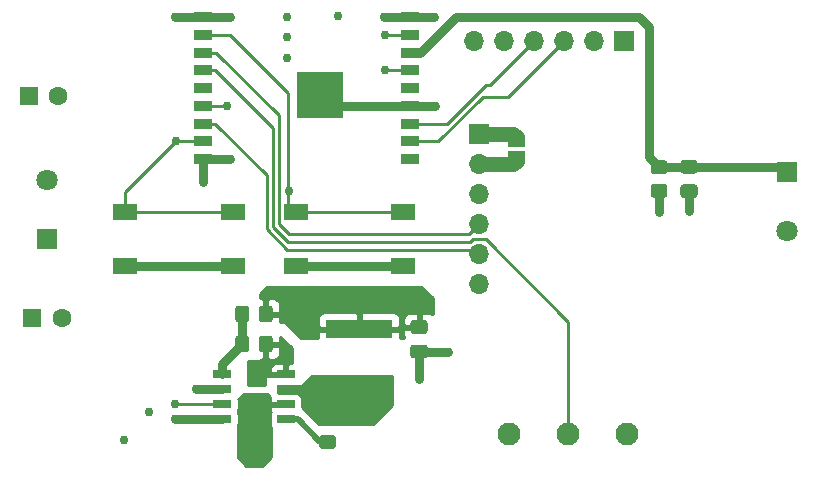
<source format=gbr>
%TF.GenerationSoftware,KiCad,Pcbnew,(5.1.8-0-10_14)*%
%TF.CreationDate,2021-08-05T18:18:29-06:00*%
%TF.ProjectId,ESP8266_Water_Sensor,45535038-3236-4365-9f57-617465725f53,rev?*%
%TF.SameCoordinates,Original*%
%TF.FileFunction,Copper,L1,Top*%
%TF.FilePolarity,Positive*%
%FSLAX46Y46*%
G04 Gerber Fmt 4.6, Leading zero omitted, Abs format (unit mm)*
G04 Created by KiCad (PCBNEW (5.1.8-0-10_14)) date 2021-08-05 18:18:29*
%MOMM*%
%LPD*%
G01*
G04 APERTURE LIST*
%TA.AperFunction,SMDPad,CuDef*%
%ADD10R,1.500000X0.900000*%
%TD*%
%TA.AperFunction,SMDPad,CuDef*%
%ADD11R,4.000000X4.000000*%
%TD*%
%TA.AperFunction,ComponentPad*%
%ADD12R,1.700000X1.700000*%
%TD*%
%TA.AperFunction,ComponentPad*%
%ADD13O,1.700000X1.700000*%
%TD*%
%TA.AperFunction,ComponentPad*%
%ADD14C,1.800000*%
%TD*%
%TA.AperFunction,ComponentPad*%
%ADD15R,1.800000X1.800000*%
%TD*%
%TA.AperFunction,SMDPad,CuDef*%
%ADD16C,0.100000*%
%TD*%
%TA.AperFunction,SMDPad,CuDef*%
%ADD17R,5.700000X1.600000*%
%TD*%
%TA.AperFunction,SMDPad,CuDef*%
%ADD18R,2.100000X1.400000*%
%TD*%
%TA.AperFunction,SMDPad,CuDef*%
%ADD19R,1.500000X0.650000*%
%TD*%
%TA.AperFunction,ComponentPad*%
%ADD20C,1.950000*%
%TD*%
%TA.AperFunction,ComponentPad*%
%ADD21C,1.600000*%
%TD*%
%TA.AperFunction,ComponentPad*%
%ADD22R,1.600000X1.600000*%
%TD*%
%TA.AperFunction,ViaPad*%
%ADD23C,0.762000*%
%TD*%
%TA.AperFunction,Conductor*%
%ADD24C,0.762000*%
%TD*%
%TA.AperFunction,Conductor*%
%ADD25C,1.270000*%
%TD*%
%TA.AperFunction,Conductor*%
%ADD26C,0.254000*%
%TD*%
%TA.AperFunction,Conductor*%
%ADD27C,0.508000*%
%TD*%
%TA.AperFunction,Conductor*%
%ADD28C,0.100000*%
%TD*%
G04 APERTURE END LIST*
D10*
%TO.P,U1,1*%
%TO.N,+3V3*%
X134125000Y-85365000D03*
%TO.P,U1,2*%
%TO.N,/ESP_EN*%
X134125000Y-86865000D03*
%TO.P,U1,3*%
%TO.N,/I2C_SCL*%
X134125000Y-88365000D03*
%TO.P,U1,4*%
%TO.N,/GPIO12*%
X134125000Y-89865000D03*
%TO.P,U1,5*%
%TO.N,/GPIO13*%
X134125000Y-91365000D03*
%TO.P,U1,6*%
%TO.N,/GPIO15*%
X134125000Y-92865000D03*
%TO.P,U1,7*%
%TO.N,/I2C_SDA*%
X134125000Y-94365000D03*
%TO.P,U1,8*%
%TO.N,/GPIO0*%
X134125000Y-95865000D03*
%TO.P,U1,9*%
%TO.N,GND*%
X134125000Y-97365000D03*
%TO.P,U1,10*%
%TO.N,/GPIO4*%
X151625000Y-97365000D03*
%TO.P,U1,11*%
%TO.N,/ESP_RXD*%
X151625000Y-95865000D03*
%TO.P,U1,12*%
%TO.N,/ESP_TXD*%
X151625000Y-94365000D03*
%TO.P,U1,13*%
%TO.N,GND*%
X151625000Y-92865000D03*
%TO.P,U1,14*%
%TO.N,/GPIO5*%
X151625000Y-91365000D03*
%TO.P,U1,15*%
%TO.N,/ESP_RST_L*%
X151625000Y-89865000D03*
%TO.P,U1,16*%
%TO.N,/water_voltage*%
X151625000Y-88365000D03*
%TO.P,U1,17*%
%TO.N,/GPIO16*%
X151625000Y-86865000D03*
%TO.P,U1,18*%
%TO.N,GND*%
X151625000Y-85365000D03*
D11*
%TO.P,U1,19*%
X143975000Y-91975000D03*
%TD*%
%TO.P,C2,2*%
%TO.N,GND*%
%TA.AperFunction,SMDPad,CuDef*%
G36*
G01*
X151925000Y-113077500D02*
X152875000Y-113077500D01*
G75*
G02*
X153125000Y-113327500I0J-250000D01*
G01*
X153125000Y-114002500D01*
G75*
G02*
X152875000Y-114252500I-250000J0D01*
G01*
X151925000Y-114252500D01*
G75*
G02*
X151675000Y-114002500I0J250000D01*
G01*
X151675000Y-113327500D01*
G75*
G02*
X151925000Y-113077500I250000J0D01*
G01*
G37*
%TD.AperFunction*%
%TO.P,C2,1*%
%TO.N,+3V3*%
%TA.AperFunction,SMDPad,CuDef*%
G36*
G01*
X151925000Y-111002500D02*
X152875000Y-111002500D01*
G75*
G02*
X153125000Y-111252500I0J-250000D01*
G01*
X153125000Y-111927500D01*
G75*
G02*
X152875000Y-112177500I-250000J0D01*
G01*
X151925000Y-112177500D01*
G75*
G02*
X151675000Y-111927500I0J250000D01*
G01*
X151675000Y-111252500D01*
G75*
G02*
X151925000Y-111002500I250000J0D01*
G01*
G37*
%TD.AperFunction*%
%TD*%
%TO.P,C3,1*%
%TO.N,/U2_BST*%
%TA.AperFunction,SMDPad,CuDef*%
G36*
G01*
X145128000Y-121902800D02*
X144178000Y-121902800D01*
G75*
G02*
X143928000Y-121652800I0J250000D01*
G01*
X143928000Y-120977800D01*
G75*
G02*
X144178000Y-120727800I250000J0D01*
G01*
X145128000Y-120727800D01*
G75*
G02*
X145378000Y-120977800I0J-250000D01*
G01*
X145378000Y-121652800D01*
G75*
G02*
X145128000Y-121902800I-250000J0D01*
G01*
G37*
%TD.AperFunction*%
%TO.P,C3,2*%
%TO.N,/U2_SW*%
%TA.AperFunction,SMDPad,CuDef*%
G36*
G01*
X145128000Y-119827800D02*
X144178000Y-119827800D01*
G75*
G02*
X143928000Y-119577800I0J250000D01*
G01*
X143928000Y-118902800D01*
G75*
G02*
X144178000Y-118652800I250000J0D01*
G01*
X145128000Y-118652800D01*
G75*
G02*
X145378000Y-118902800I0J-250000D01*
G01*
X145378000Y-119577800D01*
G75*
G02*
X145128000Y-119827800I-250000J0D01*
G01*
G37*
%TD.AperFunction*%
%TD*%
%TO.P,C12,2*%
%TO.N,GND*%
%TA.AperFunction,SMDPad,CuDef*%
G36*
G01*
X174785000Y-99510000D02*
X175735000Y-99510000D01*
G75*
G02*
X175985000Y-99760000I0J-250000D01*
G01*
X175985000Y-100435000D01*
G75*
G02*
X175735000Y-100685000I-250000J0D01*
G01*
X174785000Y-100685000D01*
G75*
G02*
X174535000Y-100435000I0J250000D01*
G01*
X174535000Y-99760000D01*
G75*
G02*
X174785000Y-99510000I250000J0D01*
G01*
G37*
%TD.AperFunction*%
%TO.P,C12,1*%
%TO.N,/water_voltage*%
%TA.AperFunction,SMDPad,CuDef*%
G36*
G01*
X174785000Y-97435000D02*
X175735000Y-97435000D01*
G75*
G02*
X175985000Y-97685000I0J-250000D01*
G01*
X175985000Y-98360000D01*
G75*
G02*
X175735000Y-98610000I-250000J0D01*
G01*
X174785000Y-98610000D01*
G75*
G02*
X174535000Y-98360000I0J250000D01*
G01*
X174535000Y-97685000D01*
G75*
G02*
X174785000Y-97435000I250000J0D01*
G01*
G37*
%TD.AperFunction*%
%TD*%
D12*
%TO.P,J1,1*%
%TO.N,+3V3*%
X157480000Y-95250000D03*
D13*
%TO.P,J1,2*%
%TO.N,Net-(J1-Pad2)*%
X157480000Y-97790000D03*
%TO.P,J1,3*%
%TO.N,GND*%
X157480000Y-100330000D03*
%TO.P,J1,4*%
%TO.N,/I2C_SCL*%
X157480000Y-102870000D03*
%TO.P,J1,5*%
%TO.N,/I2C_SDA*%
X157480000Y-105410000D03*
%TO.P,J1,6*%
%TO.N,/MPU_INT*%
X157480000Y-107950000D03*
%TD*%
D14*
%TO.P,J2,2*%
%TO.N,GND*%
X120904000Y-99140000D03*
D15*
%TO.P,J2,1*%
%TO.N,+12V*%
X120904000Y-104140000D03*
%TD*%
%TO.P,J4,1*%
%TO.N,/water_voltage*%
X183515000Y-98425000D03*
D14*
%TO.P,J4,2*%
%TO.N,GND*%
X183515000Y-103425000D03*
%TD*%
D13*
%TO.P,J5,6*%
%TO.N,/CTS_NC*%
X157022800Y-87350600D03*
%TO.P,J5,5*%
%TO.N,/RTS_NC*%
X159562800Y-87350600D03*
%TO.P,J5,4*%
%TO.N,/ESP_TXD*%
X162102800Y-87350600D03*
%TO.P,J5,3*%
%TO.N,/ESP_RXD*%
X164642800Y-87350600D03*
%TO.P,J5,2*%
%TO.N,GND*%
X167182800Y-87350600D03*
D12*
%TO.P,J5,1*%
%TO.N,+3V3*%
X169722800Y-87350600D03*
%TD*%
%TA.AperFunction,SMDPad,CuDef*%
D16*
%TO.P,JP1,2*%
%TO.N,Net-(J1-Pad2)*%
G36*
X161404398Y-97170000D02*
G01*
X161404398Y-97194534D01*
X161399588Y-97243365D01*
X161390016Y-97291490D01*
X161375772Y-97338445D01*
X161356995Y-97383778D01*
X161333864Y-97427051D01*
X161306604Y-97467850D01*
X161275476Y-97505779D01*
X161240779Y-97540476D01*
X161202850Y-97571604D01*
X161162051Y-97598864D01*
X161118778Y-97621995D01*
X161073445Y-97640772D01*
X161026490Y-97655016D01*
X160978365Y-97664588D01*
X160929534Y-97669398D01*
X160905000Y-97669398D01*
X160905000Y-97670000D01*
X160405000Y-97670000D01*
X160405000Y-97669398D01*
X160380466Y-97669398D01*
X160331635Y-97664588D01*
X160283510Y-97655016D01*
X160236555Y-97640772D01*
X160191222Y-97621995D01*
X160147949Y-97598864D01*
X160107150Y-97571604D01*
X160069221Y-97540476D01*
X160034524Y-97505779D01*
X160003396Y-97467850D01*
X159976136Y-97427051D01*
X159953005Y-97383778D01*
X159934228Y-97338445D01*
X159919984Y-97291490D01*
X159910412Y-97243365D01*
X159905602Y-97194534D01*
X159905602Y-97170000D01*
X159905000Y-97170000D01*
X159905000Y-96670000D01*
X161405000Y-96670000D01*
X161405000Y-97170000D01*
X161404398Y-97170000D01*
G37*
%TD.AperFunction*%
%TA.AperFunction,SMDPad,CuDef*%
%TO.P,JP1,1*%
%TO.N,+3V3*%
G36*
X159905000Y-96370000D02*
G01*
X159905000Y-95870000D01*
X159905602Y-95870000D01*
X159905602Y-95845466D01*
X159910412Y-95796635D01*
X159919984Y-95748510D01*
X159934228Y-95701555D01*
X159953005Y-95656222D01*
X159976136Y-95612949D01*
X160003396Y-95572150D01*
X160034524Y-95534221D01*
X160069221Y-95499524D01*
X160107150Y-95468396D01*
X160147949Y-95441136D01*
X160191222Y-95418005D01*
X160236555Y-95399228D01*
X160283510Y-95384984D01*
X160331635Y-95375412D01*
X160380466Y-95370602D01*
X160405000Y-95370602D01*
X160405000Y-95370000D01*
X160905000Y-95370000D01*
X160905000Y-95370602D01*
X160929534Y-95370602D01*
X160978365Y-95375412D01*
X161026490Y-95384984D01*
X161073445Y-95399228D01*
X161118778Y-95418005D01*
X161162051Y-95441136D01*
X161202850Y-95468396D01*
X161240779Y-95499524D01*
X161275476Y-95534221D01*
X161306604Y-95572150D01*
X161333864Y-95612949D01*
X161356995Y-95656222D01*
X161375772Y-95701555D01*
X161390016Y-95748510D01*
X161399588Y-95796635D01*
X161404398Y-95845466D01*
X161404398Y-95870000D01*
X161405000Y-95870000D01*
X161405000Y-96370000D01*
X159905000Y-96370000D01*
G37*
%TD.AperFunction*%
%TD*%
D17*
%TO.P,L1,1*%
%TO.N,+3V3*%
X147320000Y-111760000D03*
%TO.P,L1,2*%
%TO.N,/U2_SW*%
X147320000Y-116460000D03*
%TD*%
%TO.P,R1,2*%
%TO.N,/U2_FB*%
%TA.AperFunction,SMDPad,CuDef*%
G36*
G01*
X138030000Y-110039999D02*
X138030000Y-110940001D01*
G75*
G02*
X137780001Y-111190000I-249999J0D01*
G01*
X137079999Y-111190000D01*
G75*
G02*
X136830000Y-110940001I0J249999D01*
G01*
X136830000Y-110039999D01*
G75*
G02*
X137079999Y-109790000I249999J0D01*
G01*
X137780001Y-109790000D01*
G75*
G02*
X138030000Y-110039999I0J-249999D01*
G01*
G37*
%TD.AperFunction*%
%TO.P,R1,1*%
%TO.N,+3V3*%
%TA.AperFunction,SMDPad,CuDef*%
G36*
G01*
X140030000Y-110039999D02*
X140030000Y-110940001D01*
G75*
G02*
X139780001Y-111190000I-249999J0D01*
G01*
X139079999Y-111190000D01*
G75*
G02*
X138830000Y-110940001I0J249999D01*
G01*
X138830000Y-110039999D01*
G75*
G02*
X139079999Y-109790000I249999J0D01*
G01*
X139780001Y-109790000D01*
G75*
G02*
X140030000Y-110039999I0J-249999D01*
G01*
G37*
%TD.AperFunction*%
%TD*%
%TO.P,R2,2*%
%TO.N,GND*%
%TA.AperFunction,SMDPad,CuDef*%
G36*
G01*
X138830000Y-113480001D02*
X138830000Y-112579999D01*
G75*
G02*
X139079999Y-112330000I249999J0D01*
G01*
X139780001Y-112330000D01*
G75*
G02*
X140030000Y-112579999I0J-249999D01*
G01*
X140030000Y-113480001D01*
G75*
G02*
X139780001Y-113730000I-249999J0D01*
G01*
X139079999Y-113730000D01*
G75*
G02*
X138830000Y-113480001I0J249999D01*
G01*
G37*
%TD.AperFunction*%
%TO.P,R2,1*%
%TO.N,/U2_FB*%
%TA.AperFunction,SMDPad,CuDef*%
G36*
G01*
X136830000Y-113480001D02*
X136830000Y-112579999D01*
G75*
G02*
X137079999Y-112330000I249999J0D01*
G01*
X137780001Y-112330000D01*
G75*
G02*
X138030000Y-112579999I0J-249999D01*
G01*
X138030000Y-113480001D01*
G75*
G02*
X137780001Y-113730000I-249999J0D01*
G01*
X137079999Y-113730000D01*
G75*
G02*
X136830000Y-113480001I0J249999D01*
G01*
G37*
%TD.AperFunction*%
%TD*%
%TO.P,R11,1*%
%TO.N,+3V3*%
%TA.AperFunction,SMDPad,CuDef*%
G36*
G01*
X173170001Y-100660000D02*
X172269999Y-100660000D01*
G75*
G02*
X172020000Y-100410001I0J249999D01*
G01*
X172020000Y-99709999D01*
G75*
G02*
X172269999Y-99460000I249999J0D01*
G01*
X173170001Y-99460000D01*
G75*
G02*
X173420000Y-99709999I0J-249999D01*
G01*
X173420000Y-100410001D01*
G75*
G02*
X173170001Y-100660000I-249999J0D01*
G01*
G37*
%TD.AperFunction*%
%TO.P,R11,2*%
%TO.N,/water_voltage*%
%TA.AperFunction,SMDPad,CuDef*%
G36*
G01*
X173170001Y-98660000D02*
X172269999Y-98660000D01*
G75*
G02*
X172020000Y-98410001I0J249999D01*
G01*
X172020000Y-97709999D01*
G75*
G02*
X172269999Y-97460000I249999J0D01*
G01*
X173170001Y-97460000D01*
G75*
G02*
X173420000Y-97709999I0J-249999D01*
G01*
X173420000Y-98410001D01*
G75*
G02*
X173170001Y-98660000I-249999J0D01*
G01*
G37*
%TD.AperFunction*%
%TD*%
D18*
%TO.P,S1,4*%
%TO.N,GND*%
X136630000Y-106390000D03*
%TO.P,S1,3*%
X127530000Y-106390000D03*
%TO.P,S1,2*%
%TO.N,/GPIO0*%
X136630000Y-101890000D03*
%TO.P,S1,1*%
X127530000Y-101890000D03*
%TD*%
%TO.P,S2,1*%
%TO.N,/ESP_EN*%
X141957200Y-101890000D03*
%TO.P,S2,2*%
X151057200Y-101890000D03*
%TO.P,S2,3*%
%TO.N,GND*%
X141957200Y-106390000D03*
%TO.P,S2,4*%
X151057200Y-106390000D03*
%TD*%
D19*
%TO.P,U2,1*%
%TO.N,/U2_BST*%
X141130000Y-119380000D03*
%TO.P,U2,2*%
%TO.N,+12V*%
X141130000Y-118110000D03*
%TO.P,U2,3*%
%TO.N,/U2_SW*%
X141130000Y-116840000D03*
%TO.P,U2,4*%
%TO.N,GND*%
X141130000Y-115570000D03*
%TO.P,U2,5*%
%TO.N,/U2_FB*%
X135730000Y-115570000D03*
%TO.P,U2,6*%
%TO.N,/U2_COMP*%
X135730000Y-116840000D03*
%TO.P,U2,7*%
%TO.N,/U2_EN*%
X135730000Y-118110000D03*
%TO.P,U2,8*%
%TO.N,/U2_SS*%
X135730000Y-119380000D03*
%TD*%
D20*
%TO.P,J3,1*%
%TO.N,+12V*%
X160020000Y-120650000D03*
%TO.P,J3,2*%
%TO.N,/GPIO12*%
X165020000Y-120650000D03*
%TO.P,J3,3*%
%TO.N,GND*%
X170020000Y-120650000D03*
%TD*%
D21*
%TO.P,C14,2*%
%TO.N,GND*%
X121869200Y-92049600D03*
D22*
%TO.P,C14,1*%
%TO.N,+12V*%
X119369200Y-92049600D03*
%TD*%
%TO.P,C15,1*%
%TO.N,+12V*%
X119634000Y-110845600D03*
D21*
%TO.P,C15,2*%
%TO.N,GND*%
X122134000Y-110845600D03*
%TD*%
D23*
%TO.N,+3V3*%
X144272000Y-108585000D03*
X145542000Y-108585000D03*
X146812000Y-108585000D03*
X148082000Y-108585000D03*
X149352000Y-108585000D03*
X150622000Y-108585000D03*
X172720000Y-101854000D03*
X136377000Y-85365000D03*
X131699000Y-85344000D03*
X145574000Y-85249000D03*
%TO.N,GND*%
X131735000Y-106390000D03*
X146975000Y-106390000D03*
X175260000Y-101727000D03*
X153769000Y-92865000D03*
X149253000Y-92865000D03*
X153671938Y-85365000D03*
X149458000Y-85365000D03*
X136354000Y-97365000D03*
X134125000Y-99301000D03*
X154813000Y-113665000D03*
X152400000Y-115951000D03*
X141351000Y-113411000D03*
X138176000Y-114681000D03*
X138176000Y-116205000D03*
X129540000Y-118745000D03*
X127381000Y-121158000D03*
X141224000Y-85344000D03*
X141224000Y-86995000D03*
X141224000Y-88773000D03*
%TO.N,+12V*%
X139192000Y-118110000D03*
X137668000Y-119507000D03*
X139192000Y-119507000D03*
X137668000Y-120904000D03*
X137668000Y-118110000D03*
X139192000Y-120904000D03*
%TO.N,/ESP_EN*%
X141351000Y-100076000D03*
%TO.N,/ESP_RST_L*%
X149530000Y-89865000D03*
%TO.N,/GPIO0*%
X131846000Y-95865000D03*
%TO.N,/GPIO16*%
X149482000Y-86865000D03*
%TO.N,/GPIO15*%
X136116000Y-92865000D03*
%TO.N,/U2_SS*%
X131699000Y-119380000D03*
%TO.N,/U2_COMP*%
X133477000Y-116840000D03*
%TO.N,/U2_EN*%
X131699000Y-118110000D03*
%TD*%
D24*
%TO.N,+3V3*%
X172720000Y-100060000D02*
X172720000Y-101854000D01*
X172720000Y-101854000D02*
X172720000Y-101854000D01*
D25*
X160378010Y-95250000D02*
X160655000Y-95526990D01*
X157480000Y-95250000D02*
X160378010Y-95250000D01*
D24*
X134125000Y-85365000D02*
X136377000Y-85365000D01*
X133710000Y-85365000D02*
X133689000Y-85344000D01*
X134125000Y-85365000D02*
X133710000Y-85365000D01*
X133689000Y-85344000D02*
X131699000Y-85344000D01*
X136377000Y-85365000D02*
X136377000Y-85365000D01*
X131699000Y-85344000D02*
X131699000Y-85344000D01*
%TO.N,GND*%
X127530000Y-106390000D02*
X131735000Y-106390000D01*
X141957200Y-106390000D02*
X146975000Y-106390000D01*
X131735000Y-106390000D02*
X136630000Y-106390000D01*
X146975000Y-106390000D02*
X151057200Y-106390000D01*
X175260000Y-100097500D02*
X175260000Y-101727000D01*
X175260000Y-101727000D02*
X175260000Y-101727000D01*
X151625000Y-92865000D02*
X153769000Y-92865000D01*
X151625000Y-92865000D02*
X149253000Y-92865000D01*
X153769000Y-92865000D02*
X153769000Y-92865000D01*
X149253000Y-92865000D02*
X149253000Y-92865000D01*
X144865000Y-92865000D02*
X143975000Y-91975000D01*
X149253000Y-92865000D02*
X144865000Y-92865000D01*
X151625000Y-85365000D02*
X149458000Y-85365000D01*
X151625000Y-85365000D02*
X153671938Y-85365000D01*
X153671938Y-85365000D02*
X153671938Y-85365000D01*
X149458000Y-85365000D02*
X149458000Y-85365000D01*
X134125000Y-97365000D02*
X136354000Y-97365000D01*
X134125000Y-97365000D02*
X134125000Y-99301000D01*
X136354000Y-97365000D02*
X136354000Y-97365000D01*
X134125000Y-99301000D02*
X134125000Y-99301000D01*
X152400000Y-113665000D02*
X154813000Y-113665000D01*
X152400000Y-113665000D02*
X152400000Y-115951000D01*
X154813000Y-113665000D02*
X154813000Y-113665000D01*
X152400000Y-115951000D02*
X152400000Y-115951000D01*
D26*
%TO.N,/ESP_EN*%
X151057200Y-101890000D02*
X141957200Y-101890000D01*
X136395000Y-86865000D02*
X134125000Y-86865000D01*
X141339999Y-91809999D02*
X136395000Y-86865000D01*
X141339999Y-101272799D02*
X141339999Y-91809999D01*
X141957200Y-101890000D02*
X141339999Y-101272799D01*
X136395000Y-86865000D02*
X136395000Y-86865000D01*
%TO.N,/ESP_RST_L*%
X151625000Y-89865000D02*
X149530000Y-89865000D01*
X149530000Y-89865000D02*
X149530000Y-89865000D01*
%TO.N,/GPIO0*%
X127530000Y-101890000D02*
X136630000Y-101890000D01*
X131846000Y-95865000D02*
X131846000Y-95865000D01*
X127530000Y-100181000D02*
X131846000Y-95865000D01*
X127530000Y-101890000D02*
X127530000Y-100181000D01*
X131846000Y-95865000D02*
X134125000Y-95865000D01*
D24*
%TO.N,/water_voltage*%
X183112500Y-98022500D02*
X183515000Y-98425000D01*
X175260000Y-98022500D02*
X183112500Y-98022500D01*
X172757500Y-98022500D02*
X172720000Y-98060000D01*
X175260000Y-98022500D02*
X172757500Y-98022500D01*
X152468002Y-88365000D02*
X151625000Y-88365000D01*
X171016402Y-85344000D02*
X155489002Y-85344000D01*
X155489002Y-85344000D02*
X152468002Y-88365000D01*
X171831000Y-97171000D02*
X171831000Y-86158598D01*
X171831000Y-86158598D02*
X171016402Y-85344000D01*
X172720000Y-98060000D02*
X171831000Y-97171000D01*
D25*
%TO.N,Net-(J1-Pad2)*%
X160378010Y-97790000D02*
X160655000Y-97513010D01*
X157480000Y-97790000D02*
X160378010Y-97790000D01*
D26*
%TO.N,/I2C_SCL*%
X156630001Y-103719999D02*
X157480000Y-102870000D01*
X140526199Y-102894801D02*
X141351397Y-103719999D01*
X140526199Y-93663199D02*
X140526199Y-102894801D01*
X135228000Y-88365000D02*
X140526199Y-93663199D01*
X141351397Y-103719999D02*
X156630001Y-103719999D01*
X134125000Y-88365000D02*
X135228000Y-88365000D01*
%TO.N,/I2C_SDA*%
X157124999Y-105054999D02*
X157480000Y-105410000D01*
X139510181Y-103315651D02*
X141249529Y-105054999D01*
X141249529Y-105054999D02*
X157124999Y-105054999D01*
X139510181Y-98746181D02*
X139510181Y-103315651D01*
X135129000Y-94365000D02*
X139510181Y-98746181D01*
X134125000Y-94365000D02*
X135129000Y-94365000D01*
%TO.N,/ESP_TXD*%
X154803564Y-94365000D02*
X158109564Y-91059000D01*
X151625000Y-94365000D02*
X154803564Y-94365000D01*
X158394400Y-91059000D02*
X162102800Y-87350600D01*
X158109564Y-91059000D02*
X158394400Y-91059000D01*
%TO.N,/ESP_RXD*%
X154021998Y-95865000D02*
X157811998Y-92075000D01*
X151625000Y-95865000D02*
X154021998Y-95865000D01*
X159918400Y-92075000D02*
X164642800Y-87350600D01*
X157811998Y-92075000D02*
X159918400Y-92075000D01*
%TO.N,/GPIO16*%
X151625000Y-86865000D02*
X149482000Y-86865000D01*
X149482000Y-86865000D02*
X149482000Y-86865000D01*
%TO.N,/GPIO15*%
X134125000Y-92865000D02*
X136116000Y-92865000D01*
X136116000Y-92865000D02*
X136116000Y-92865000D01*
D27*
%TO.N,/U2_BST*%
X141130000Y-119380000D02*
X142113000Y-119380000D01*
X144048300Y-121315300D02*
X144653000Y-121315300D01*
X142113000Y-119380000D02*
X144048300Y-121315300D01*
D24*
%TO.N,/U2_SS*%
X135730000Y-119380000D02*
X131699000Y-119380000D01*
X131699000Y-119380000D02*
X131699000Y-119380000D01*
%TO.N,/U2_COMP*%
X135730000Y-116840000D02*
X133477000Y-116840000D01*
X133477000Y-116840000D02*
X133477000Y-116840000D01*
%TO.N,/U2_FB*%
X137430000Y-110490000D02*
X137430000Y-113030000D01*
X135730000Y-114730000D02*
X137430000Y-113030000D01*
X135730000Y-115570000D02*
X135730000Y-114730000D01*
D26*
%TO.N,/U2_EN*%
X135730000Y-118110000D02*
X131699000Y-118110000D01*
X131699000Y-118110000D02*
X131699000Y-118110000D01*
%TO.N,/GPIO12*%
X165020000Y-111128118D02*
X165020000Y-120650000D01*
X156928118Y-104140000D02*
X158031882Y-104140000D01*
X156674118Y-104394000D02*
X156928118Y-104140000D01*
X158031882Y-104140000D02*
X165020000Y-111128118D01*
X141306964Y-104394000D02*
X156674118Y-104394000D01*
X140018190Y-103105226D02*
X141306964Y-104394000D01*
X134125000Y-89865000D02*
X135129000Y-89865000D01*
X140018189Y-94754189D02*
X140018190Y-103105226D01*
X135129000Y-89865000D02*
X140018189Y-94754189D01*
%TD*%
%TO.N,+3V3*%
X153543000Y-109145606D02*
X153543000Y-110524081D01*
X153479494Y-110471963D01*
X153369180Y-110412998D01*
X153249482Y-110376688D01*
X153125000Y-110364428D01*
X152685750Y-110367500D01*
X152527000Y-110526250D01*
X152527000Y-111463000D01*
X152547000Y-111463000D01*
X152547000Y-111717000D01*
X152527000Y-111717000D01*
X152527000Y-111737000D01*
X152273000Y-111737000D01*
X152273000Y-111717000D01*
X151198750Y-111717000D01*
X151040000Y-111875750D01*
X151036928Y-112177500D01*
X151049188Y-112301982D01*
X151085498Y-112421680D01*
X151139121Y-112522000D01*
X150807845Y-112522000D01*
X150805000Y-112045750D01*
X150646250Y-111887000D01*
X147447000Y-111887000D01*
X147447000Y-111907000D01*
X147193000Y-111907000D01*
X147193000Y-111887000D01*
X143993750Y-111887000D01*
X143835000Y-112045750D01*
X143832155Y-112522000D01*
X142419606Y-112522000D01*
X141059803Y-111162197D01*
X141040557Y-111146403D01*
X141018601Y-111134667D01*
X140994776Y-111127440D01*
X140970000Y-111125000D01*
X140667590Y-111125000D01*
X140666367Y-110960000D01*
X143831928Y-110960000D01*
X143835000Y-111474250D01*
X143993750Y-111633000D01*
X147193000Y-111633000D01*
X147193000Y-110483750D01*
X147447000Y-110483750D01*
X147447000Y-111633000D01*
X150646250Y-111633000D01*
X150805000Y-111474250D01*
X150807818Y-111002500D01*
X151036928Y-111002500D01*
X151040000Y-111304250D01*
X151198750Y-111463000D01*
X152273000Y-111463000D01*
X152273000Y-110526250D01*
X152114250Y-110367500D01*
X151675000Y-110364428D01*
X151550518Y-110376688D01*
X151430820Y-110412998D01*
X151320506Y-110471963D01*
X151223815Y-110551315D01*
X151144463Y-110648006D01*
X151085498Y-110758320D01*
X151049188Y-110878018D01*
X151036928Y-111002500D01*
X150807818Y-111002500D01*
X150808072Y-110960000D01*
X150795812Y-110835518D01*
X150759502Y-110715820D01*
X150700537Y-110605506D01*
X150621185Y-110508815D01*
X150524494Y-110429463D01*
X150414180Y-110370498D01*
X150294482Y-110334188D01*
X150170000Y-110321928D01*
X147605750Y-110325000D01*
X147447000Y-110483750D01*
X147193000Y-110483750D01*
X147034250Y-110325000D01*
X144470000Y-110321928D01*
X144345518Y-110334188D01*
X144225820Y-110370498D01*
X144115506Y-110429463D01*
X144018815Y-110508815D01*
X143939463Y-110605506D01*
X143880498Y-110715820D01*
X143844188Y-110835518D01*
X143831928Y-110960000D01*
X140666367Y-110960000D01*
X140665000Y-110775750D01*
X140506250Y-110617000D01*
X139557000Y-110617000D01*
X139557000Y-110637000D01*
X139303000Y-110637000D01*
X139303000Y-110617000D01*
X139283000Y-110617000D01*
X139283000Y-110363000D01*
X139303000Y-110363000D01*
X139303000Y-109313750D01*
X139557000Y-109313750D01*
X139557000Y-110363000D01*
X140506250Y-110363000D01*
X140665000Y-110204250D01*
X140668072Y-109790000D01*
X140655812Y-109665518D01*
X140619502Y-109545820D01*
X140560537Y-109435506D01*
X140481185Y-109338815D01*
X140384494Y-109259463D01*
X140274180Y-109200498D01*
X140154482Y-109164188D01*
X140030000Y-109151928D01*
X139715750Y-109155000D01*
X139557000Y-109313750D01*
X139303000Y-109313750D01*
X139144250Y-109155000D01*
X138938000Y-109152984D01*
X138938000Y-108764606D01*
X139498606Y-108204000D01*
X152601394Y-108204000D01*
X153543000Y-109145606D01*
%TA.AperFunction,Conductor*%
D28*
G36*
X153543000Y-109145606D02*
G01*
X153543000Y-110524081D01*
X153479494Y-110471963D01*
X153369180Y-110412998D01*
X153249482Y-110376688D01*
X153125000Y-110364428D01*
X152685750Y-110367500D01*
X152527000Y-110526250D01*
X152527000Y-111463000D01*
X152547000Y-111463000D01*
X152547000Y-111717000D01*
X152527000Y-111717000D01*
X152527000Y-111737000D01*
X152273000Y-111737000D01*
X152273000Y-111717000D01*
X151198750Y-111717000D01*
X151040000Y-111875750D01*
X151036928Y-112177500D01*
X151049188Y-112301982D01*
X151085498Y-112421680D01*
X151139121Y-112522000D01*
X150807845Y-112522000D01*
X150805000Y-112045750D01*
X150646250Y-111887000D01*
X147447000Y-111887000D01*
X147447000Y-111907000D01*
X147193000Y-111907000D01*
X147193000Y-111887000D01*
X143993750Y-111887000D01*
X143835000Y-112045750D01*
X143832155Y-112522000D01*
X142419606Y-112522000D01*
X141059803Y-111162197D01*
X141040557Y-111146403D01*
X141018601Y-111134667D01*
X140994776Y-111127440D01*
X140970000Y-111125000D01*
X140667590Y-111125000D01*
X140666367Y-110960000D01*
X143831928Y-110960000D01*
X143835000Y-111474250D01*
X143993750Y-111633000D01*
X147193000Y-111633000D01*
X147193000Y-110483750D01*
X147447000Y-110483750D01*
X147447000Y-111633000D01*
X150646250Y-111633000D01*
X150805000Y-111474250D01*
X150807818Y-111002500D01*
X151036928Y-111002500D01*
X151040000Y-111304250D01*
X151198750Y-111463000D01*
X152273000Y-111463000D01*
X152273000Y-110526250D01*
X152114250Y-110367500D01*
X151675000Y-110364428D01*
X151550518Y-110376688D01*
X151430820Y-110412998D01*
X151320506Y-110471963D01*
X151223815Y-110551315D01*
X151144463Y-110648006D01*
X151085498Y-110758320D01*
X151049188Y-110878018D01*
X151036928Y-111002500D01*
X150807818Y-111002500D01*
X150808072Y-110960000D01*
X150795812Y-110835518D01*
X150759502Y-110715820D01*
X150700537Y-110605506D01*
X150621185Y-110508815D01*
X150524494Y-110429463D01*
X150414180Y-110370498D01*
X150294482Y-110334188D01*
X150170000Y-110321928D01*
X147605750Y-110325000D01*
X147447000Y-110483750D01*
X147193000Y-110483750D01*
X147034250Y-110325000D01*
X144470000Y-110321928D01*
X144345518Y-110334188D01*
X144225820Y-110370498D01*
X144115506Y-110429463D01*
X144018815Y-110508815D01*
X143939463Y-110605506D01*
X143880498Y-110715820D01*
X143844188Y-110835518D01*
X143831928Y-110960000D01*
X140666367Y-110960000D01*
X140665000Y-110775750D01*
X140506250Y-110617000D01*
X139557000Y-110617000D01*
X139557000Y-110637000D01*
X139303000Y-110637000D01*
X139303000Y-110617000D01*
X139283000Y-110617000D01*
X139283000Y-110363000D01*
X139303000Y-110363000D01*
X139303000Y-109313750D01*
X139557000Y-109313750D01*
X139557000Y-110363000D01*
X140506250Y-110363000D01*
X140665000Y-110204250D01*
X140668072Y-109790000D01*
X140655812Y-109665518D01*
X140619502Y-109545820D01*
X140560537Y-109435506D01*
X140481185Y-109338815D01*
X140384494Y-109259463D01*
X140274180Y-109200498D01*
X140154482Y-109164188D01*
X140030000Y-109151928D01*
X139715750Y-109155000D01*
X139557000Y-109313750D01*
X139303000Y-109313750D01*
X139144250Y-109155000D01*
X138938000Y-109152984D01*
X138938000Y-108764606D01*
X139498606Y-108204000D01*
X152601394Y-108204000D01*
X153543000Y-109145606D01*
G37*
%TD.AperFunction*%
%TD*%
D26*
%TO.N,/U2_SW*%
X150114000Y-118184394D02*
X148537394Y-119761000D01*
X143943606Y-119761000D01*
X142518072Y-118335466D01*
X142518072Y-117785000D01*
X142505812Y-117660518D01*
X142469502Y-117540820D01*
X142410537Y-117430506D01*
X142331185Y-117333815D01*
X142234494Y-117254463D01*
X142124180Y-117195498D01*
X142004482Y-117159188D01*
X141880000Y-117146928D01*
X140462000Y-117146928D01*
X140462000Y-116586000D01*
X142367000Y-116586000D01*
X142391776Y-116583560D01*
X142415601Y-116576333D01*
X142437557Y-116564597D01*
X142456803Y-116548803D01*
X143308606Y-115697000D01*
X150114000Y-115697000D01*
X150114000Y-118184394D01*
%TA.AperFunction,Conductor*%
D28*
G36*
X150114000Y-118184394D02*
G01*
X148537394Y-119761000D01*
X143943606Y-119761000D01*
X142518072Y-118335466D01*
X142518072Y-117785000D01*
X142505812Y-117660518D01*
X142469502Y-117540820D01*
X142410537Y-117430506D01*
X142331185Y-117333815D01*
X142234494Y-117254463D01*
X142124180Y-117195498D01*
X142004482Y-117159188D01*
X141880000Y-117146928D01*
X140462000Y-117146928D01*
X140462000Y-116586000D01*
X142367000Y-116586000D01*
X142391776Y-116583560D01*
X142415601Y-116576333D01*
X142437557Y-116564597D01*
X142456803Y-116548803D01*
X143308606Y-115697000D01*
X150114000Y-115697000D01*
X150114000Y-118184394D01*
G37*
%TD.AperFunction*%
%TD*%
D26*
%TO.N,+12V*%
X139807816Y-117508422D02*
X139790498Y-117540820D01*
X139754188Y-117660518D01*
X139741928Y-117785000D01*
X139745000Y-117824250D01*
X139903750Y-117983000D01*
X141003000Y-117983000D01*
X141003000Y-117963000D01*
X141257000Y-117963000D01*
X141257000Y-117983000D01*
X141277000Y-117983000D01*
X141277000Y-118237000D01*
X141257000Y-118237000D01*
X141257000Y-118257000D01*
X141003000Y-118257000D01*
X141003000Y-118237000D01*
X139903750Y-118237000D01*
X139745000Y-118395750D01*
X139741928Y-118435000D01*
X139754188Y-118559482D01*
X139790498Y-118679180D01*
X139825680Y-118745000D01*
X139790498Y-118810820D01*
X139754188Y-118930518D01*
X139741928Y-119055000D01*
X139741928Y-119705000D01*
X139754188Y-119829482D01*
X139790498Y-119949180D01*
X139827000Y-120017469D01*
X139827000Y-122629394D01*
X139139394Y-123317000D01*
X137720606Y-123317000D01*
X137033000Y-122629394D01*
X137033000Y-120017469D01*
X137069502Y-119949180D01*
X137105812Y-119829482D01*
X137118072Y-119705000D01*
X137118072Y-119055000D01*
X137105812Y-118930518D01*
X137069502Y-118810820D01*
X137034320Y-118745000D01*
X137069502Y-118679180D01*
X137105812Y-118559482D01*
X137118072Y-118435000D01*
X137118072Y-117785000D01*
X137110140Y-117704466D01*
X137593606Y-117221000D01*
X139520394Y-117221000D01*
X139807816Y-117508422D01*
%TA.AperFunction,Conductor*%
D28*
G36*
X139807816Y-117508422D02*
G01*
X139790498Y-117540820D01*
X139754188Y-117660518D01*
X139741928Y-117785000D01*
X139745000Y-117824250D01*
X139903750Y-117983000D01*
X141003000Y-117983000D01*
X141003000Y-117963000D01*
X141257000Y-117963000D01*
X141257000Y-117983000D01*
X141277000Y-117983000D01*
X141277000Y-118237000D01*
X141257000Y-118237000D01*
X141257000Y-118257000D01*
X141003000Y-118257000D01*
X141003000Y-118237000D01*
X139903750Y-118237000D01*
X139745000Y-118395750D01*
X139741928Y-118435000D01*
X139754188Y-118559482D01*
X139790498Y-118679180D01*
X139825680Y-118745000D01*
X139790498Y-118810820D01*
X139754188Y-118930518D01*
X139741928Y-119055000D01*
X139741928Y-119705000D01*
X139754188Y-119829482D01*
X139790498Y-119949180D01*
X139827000Y-120017469D01*
X139827000Y-122629394D01*
X139139394Y-123317000D01*
X137720606Y-123317000D01*
X137033000Y-122629394D01*
X137033000Y-120017469D01*
X137069502Y-119949180D01*
X137105812Y-119829482D01*
X137118072Y-119705000D01*
X137118072Y-119055000D01*
X137105812Y-118930518D01*
X137069502Y-118810820D01*
X137034320Y-118745000D01*
X137069502Y-118679180D01*
X137105812Y-118559482D01*
X137118072Y-118435000D01*
X137118072Y-117785000D01*
X137110140Y-117704466D01*
X137593606Y-117221000D01*
X139520394Y-117221000D01*
X139807816Y-117508422D01*
G37*
%TD.AperFunction*%
%TD*%
D26*
%TO.N,GND*%
X141605000Y-113336606D02*
X141605000Y-114608748D01*
X141415750Y-114610000D01*
X141257000Y-114768750D01*
X141257000Y-115443000D01*
X141277000Y-115443000D01*
X141277000Y-115697000D01*
X138938000Y-115697000D01*
X138938000Y-115245000D01*
X139741928Y-115245000D01*
X139745000Y-115284250D01*
X139903750Y-115443000D01*
X141003000Y-115443000D01*
X141003000Y-114768750D01*
X140844250Y-114610000D01*
X140380000Y-114606928D01*
X140255518Y-114619188D01*
X140135820Y-114655498D01*
X140025506Y-114714463D01*
X139928815Y-114793815D01*
X139849463Y-114890506D01*
X139790498Y-115000820D01*
X139754188Y-115120518D01*
X139741928Y-115245000D01*
X138938000Y-115245000D01*
X138938000Y-114367016D01*
X139144250Y-114365000D01*
X139303000Y-114206250D01*
X139303000Y-113157000D01*
X139557000Y-113157000D01*
X139557000Y-114206250D01*
X139715750Y-114365000D01*
X140030000Y-114368072D01*
X140154482Y-114355812D01*
X140274180Y-114319502D01*
X140384494Y-114260537D01*
X140481185Y-114181185D01*
X140560537Y-114084494D01*
X140619502Y-113974180D01*
X140655812Y-113854482D01*
X140668072Y-113730000D01*
X140665000Y-113315750D01*
X140506250Y-113157000D01*
X139557000Y-113157000D01*
X139303000Y-113157000D01*
X139283000Y-113157000D01*
X139283000Y-112903000D01*
X139303000Y-112903000D01*
X139303000Y-112883000D01*
X139557000Y-112883000D01*
X139557000Y-112903000D01*
X140506250Y-112903000D01*
X140665000Y-112744250D01*
X140667559Y-112399165D01*
X141605000Y-113336606D01*
%TA.AperFunction,Conductor*%
D28*
G36*
X141605000Y-113336606D02*
G01*
X141605000Y-114608748D01*
X141415750Y-114610000D01*
X141257000Y-114768750D01*
X141257000Y-115443000D01*
X141277000Y-115443000D01*
X141277000Y-115697000D01*
X138938000Y-115697000D01*
X138938000Y-115245000D01*
X139741928Y-115245000D01*
X139745000Y-115284250D01*
X139903750Y-115443000D01*
X141003000Y-115443000D01*
X141003000Y-114768750D01*
X140844250Y-114610000D01*
X140380000Y-114606928D01*
X140255518Y-114619188D01*
X140135820Y-114655498D01*
X140025506Y-114714463D01*
X139928815Y-114793815D01*
X139849463Y-114890506D01*
X139790498Y-115000820D01*
X139754188Y-115120518D01*
X139741928Y-115245000D01*
X138938000Y-115245000D01*
X138938000Y-114367016D01*
X139144250Y-114365000D01*
X139303000Y-114206250D01*
X139303000Y-113157000D01*
X139557000Y-113157000D01*
X139557000Y-114206250D01*
X139715750Y-114365000D01*
X140030000Y-114368072D01*
X140154482Y-114355812D01*
X140274180Y-114319502D01*
X140384494Y-114260537D01*
X140481185Y-114181185D01*
X140560537Y-114084494D01*
X140619502Y-113974180D01*
X140655812Y-113854482D01*
X140668072Y-113730000D01*
X140665000Y-113315750D01*
X140506250Y-113157000D01*
X139557000Y-113157000D01*
X139303000Y-113157000D01*
X139283000Y-113157000D01*
X139283000Y-112903000D01*
X139303000Y-112903000D01*
X139303000Y-112883000D01*
X139557000Y-112883000D01*
X139557000Y-112903000D01*
X140506250Y-112903000D01*
X140665000Y-112744250D01*
X140667559Y-112399165D01*
X141605000Y-113336606D01*
G37*
%TD.AperFunction*%
%TD*%
D26*
%TO.N,GND*%
X139319000Y-116459000D02*
X137922000Y-116459000D01*
X137922000Y-114427000D01*
X139319000Y-114427000D01*
X139319000Y-116459000D01*
%TA.AperFunction,Conductor*%
D28*
G36*
X139319000Y-116459000D02*
G01*
X137922000Y-116459000D01*
X137922000Y-114427000D01*
X139319000Y-114427000D01*
X139319000Y-116459000D01*
G37*
%TD.AperFunction*%
%TD*%
M02*

</source>
